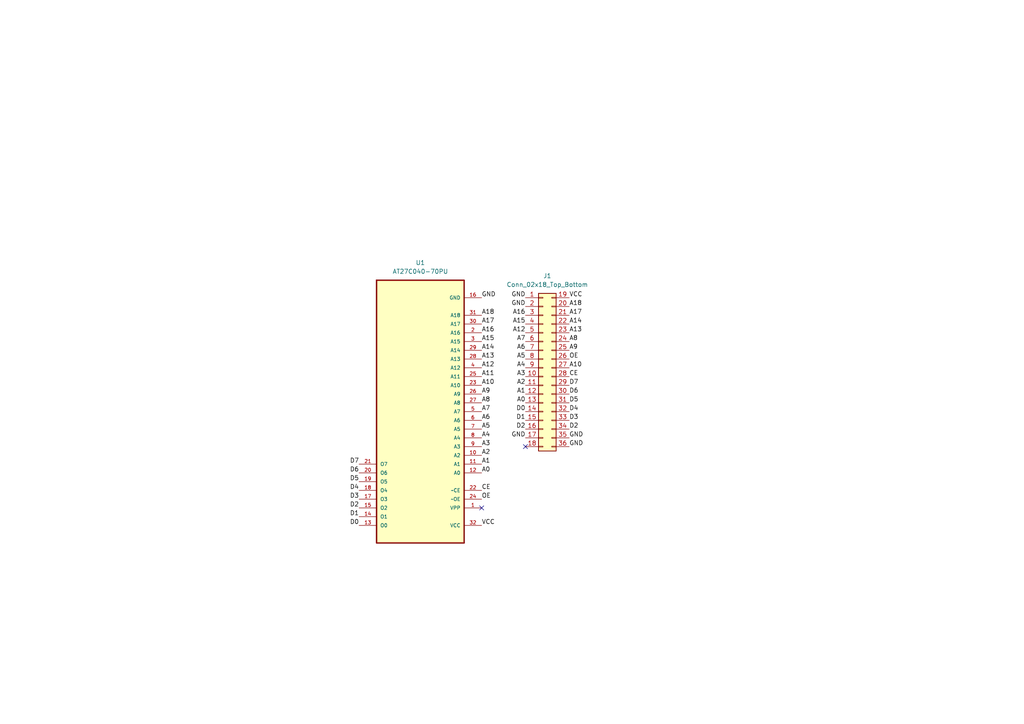
<source format=kicad_sch>
(kicad_sch (version 20211123) (generator eeschema)
  (paper "A4")
  (lib_symbols
    (symbol "Connector_Generic:Conn_02x18_Top_Bottom" (pin_names (offset 1.016) hide)
      (property "Reference" "J" (at 1.27 22.86 0))
      (property "Value" "Conn_02x18_Top_Bottom" (at 1.27 -25.4 0))
      (symbol "Conn_02x18_Top_Bottom_1_1"
        (rectangle (start -1.27 -22.733) (end 0 -22.987) (stroke (width 0.1524)))
        (rectangle (start -1.27 -20.193) (end 0 -20.447) (stroke (width 0.1524)))
        (rectangle (start -1.27 -17.653) (end 0 -17.907) (stroke (width 0.1524)))
        (rectangle (start -1.27 -15.113) (end 0 -15.367) (stroke (width 0.1524)))
        (rectangle (start -1.27 -12.573) (end 0 -12.827) (stroke (width 0.1524)))
        (rectangle (start -1.27 -10.033) (end 0 -10.287) (stroke (width 0.1524)))
        (rectangle (start -1.27 -7.493) (end 0 -7.747) (stroke (width 0.1524)))
        (rectangle (start -1.27 -4.953) (end 0 -5.207) (stroke (width 0.1524)))
        (rectangle (start -1.27 -2.413) (end 0 -2.667) (stroke (width 0.1524)))
        (rectangle (start -1.27 0.127) (end 0 -0.127) (stroke (width 0.1524)))
        (rectangle (start -1.27 2.667) (end 0 2.413) (stroke (width 0.1524)))
        (rectangle (start -1.27 5.207) (end 0 4.953) (stroke (width 0.1524)))
        (rectangle (start -1.27 7.747) (end 0 7.493) (stroke (width 0.1524)))
        (rectangle (start -1.27 10.287) (end 0 10.033) (stroke (width 0.1524)))
        (rectangle (start -1.27 12.827) (end 0 12.573) (stroke (width 0.1524)))
        (rectangle (start -1.27 15.367) (end 0 15.113) (stroke (width 0.1524)))
        (rectangle (start -1.27 17.907) (end 0 17.653) (stroke (width 0.1524)))
        (rectangle (start -1.27 20.447) (end 0 20.193) (stroke (width 0.1524)))
        (rectangle (start -1.27 21.59) (end 3.81 -24.13) (stroke (width 0.254)) (fill (type background)))
        (rectangle (start 3.81 -22.733) (end 2.54 -22.987) (stroke (width 0.1524)))
        (rectangle (start 3.81 -20.193) (end 2.54 -20.447) (stroke (width 0.1524)))
        (rectangle (start 3.81 -17.653) (end 2.54 -17.907) (stroke (width 0.1524)))
        (rectangle (start 3.81 -15.113) (end 2.54 -15.367) (stroke (width 0.1524)))
        (rectangle (start 3.81 -12.573) (end 2.54 -12.827) (stroke (width 0.1524)))
        (rectangle (start 3.81 -10.033) (end 2.54 -10.287) (stroke (width 0.1524)))
        (rectangle (start 3.81 -7.493) (end 2.54 -7.747) (stroke (width 0.1524)))
        (rectangle (start 3.81 -4.953) (end 2.54 -5.207) (stroke (width 0.1524)))
        (rectangle (start 3.81 -2.413) (end 2.54 -2.667) (stroke (width 0.1524)))
        (rectangle (start 3.81 0.127) (end 2.54 -0.127) (stroke (width 0.1524)))
        (rectangle (start 3.81 2.667) (end 2.54 2.413) (stroke (width 0.1524)))
        (rectangle (start 3.81 5.207) (end 2.54 4.953) (stroke (width 0.1524)))
        (rectangle (start 3.81 7.747) (end 2.54 7.493) (stroke (width 0.1524)))
        (rectangle (start 3.81 10.287) (end 2.54 10.033) (stroke (width 0.1524)))
        (rectangle (start 3.81 12.827) (end 2.54 12.573) (stroke (width 0.1524)))
        (rectangle (start 3.81 15.367) (end 2.54 15.113) (stroke (width 0.1524)))
        (rectangle (start 3.81 17.907) (end 2.54 17.653) (stroke (width 0.1524)))
        (rectangle (start 3.81 20.447) (end 2.54 20.193) (stroke (width 0.1524)))
        (pin passive line (at -5.08 20.32 0) (length 3.81) (name "Pin_1") (number "1"))
        (pin passive line (at -5.08 -2.54 0) (length 3.81) (name "Pin_10") (number "10"))
        (pin passive line (at -5.08 -5.08 0) (length 3.81) (name "Pin_11") (number "11"))
        (pin passive line (at -5.08 -7.62 0) (length 3.81) (name "Pin_12") (number "12"))
        (pin passive line (at -5.08 -10.16 0) (length 3.81) (name "Pin_13") (number "13"))
        (pin passive line (at -5.08 -12.7 0) (length 3.81) (name "Pin_14") (number "14"))
        (pin passive line (at -5.08 -15.24 0) (length 3.81) (name "Pin_15") (number "15"))
        (pin passive line (at -5.08 -17.78 0) (length 3.81) (name "Pin_16") (number "16"))
        (pin passive line (at -5.08 -20.32 0) (length 3.81) (name "Pin_17") (number "17"))
        (pin passive line (at -5.08 -22.86 0) (length 3.81) (name "Pin_18") (number "18"))
        (pin passive line (at 7.62 20.32 180) (length 3.81) (name "Pin_19") (number "19"))
        (pin passive line (at -5.08 17.78 0) (length 3.81) (name "Pin_2") (number "2"))
        (pin passive line (at 7.62 17.78 180) (length 3.81) (name "Pin_20") (number "20"))
        (pin passive line (at 7.62 15.24 180) (length 3.81) (name "Pin_21") (number "21"))
        (pin passive line (at 7.62 12.7 180) (length 3.81) (name "Pin_22") (number "22"))
        (pin passive line (at 7.62 10.16 180) (length 3.81) (name "Pin_23") (number "23"))
        (pin passive line (at 7.62 7.62 180) (length 3.81) (name "Pin_24") (number "24"))
        (pin passive line (at 7.62 5.08 180) (length 3.81) (name "Pin_25") (number "25"))
        (pin passive line (at 7.62 2.54 180) (length 3.81) (name "Pin_26") (number "26"))
        (pin passive line (at 7.62 0 180) (length 3.81) (name "Pin_27") (number "27"))
        (pin passive line (at 7.62 -2.54 180) (length 3.81) (name "Pin_28") (number "28"))
        (pin passive line (at 7.62 -5.08 180) (length 3.81) (name "Pin_29") (number "29"))
        (pin passive line (at -5.08 15.24 0) (length 3.81) (name "Pin_3") (number "3"))
        (pin passive line (at 7.62 -7.62 180) (length 3.81) (name "Pin_30") (number "30"))
        (pin passive line (at 7.62 -10.16 180) (length 3.81) (name "Pin_31") (number "31"))
        (pin passive line (at 7.62 -12.7 180) (length 3.81) (name "Pin_32") (number "32"))
        (pin passive line (at 7.62 -15.24 180) (length 3.81) (name "Pin_33") (number "33"))
        (pin passive line (at 7.62 -17.78 180) (length 3.81) (name "Pin_34") (number "34"))
        (pin passive line (at 7.62 -20.32 180) (length 3.81) (name "Pin_35") (number "35"))
        (pin passive line (at 7.62 -22.86 180) (length 3.81) (name "Pin_36") (number "36"))
        (pin passive line (at -5.08 12.7 0) (length 3.81) (name "Pin_4") (number "4"))
        (pin passive line (at -5.08 10.16 0) (length 3.81) (name "Pin_5") (number "5"))
        (pin passive line (at -5.08 7.62 0) (length 3.81) (name "Pin_6") (number "6"))
        (pin passive line (at -5.08 5.08 0) (length 3.81) (name "Pin_7") (number "7"))
        (pin passive line (at -5.08 2.54 0) (length 3.81) (name "Pin_8") (number "8"))
        (pin passive line (at -5.08 0 0) (length 3.81) (name "Pin_9") (number "9"))
      )
    )
    (symbol "REB_Flash:AT27C040-70PU" (pin_names (offset 1.016))
      (property "Reference" "U" (at -5.8167 36.4242 0))
      (property "Value" "AT27C040-70PU" (at -4.0916 -44.1179 0))
      (symbol "AT27C040-70PU_0_0"
        (rectangle (start -12.7 -40.64) (end 12.7 35.56) (stroke (width 0.4064)) (fill (type background)))
        (pin power_in line (at -17.78 25.4 0) (length 5.08) (name "VPP") (number "1"))
        (pin input line (at -17.78 10.16 0) (length 5.08) (name "A2") (number "10"))
        (pin input line (at -17.78 12.7 0) (length 5.08) (name "A1") (number "11"))
        (pin input line (at -17.78 15.24 0) (length 5.08) (name "A0") (number "12"))
        (pin output line (at 17.78 30.48 180) (length 5.08) (name "O0") (number "13"))
        (pin output line (at 17.78 27.94 180) (length 5.08) (name "O1") (number "14"))
        (pin output line (at 17.78 25.4 180) (length 5.08) (name "O2") (number "15"))
        (pin passive line (at -17.78 -35.56 0) (length 5.08) (name "GND") (number "16"))
        (pin output line (at 17.78 22.86 180) (length 5.08) (name "O3") (number "17"))
        (pin output line (at 17.78 20.32 180) (length 5.08) (name "O4") (number "18"))
        (pin output line (at 17.78 17.78 180) (length 5.08) (name "O5") (number "19"))
        (pin input line (at -17.78 -25.4 0) (length 5.08) (name "A16") (number "2"))
        (pin output line (at 17.78 15.24 180) (length 5.08) (name "O6") (number "20"))
        (pin output line (at 17.78 12.7 180) (length 5.08) (name "O7") (number "21"))
        (pin input line (at -17.78 20.32 0) (length 5.08) (name "~CE") (number "22"))
        (pin input line (at -17.78 -10.16 0) (length 5.08) (name "A10") (number "23"))
        (pin input line (at -17.78 22.86 0) (length 5.08) (name "~OE") (number "24"))
        (pin input line (at -17.78 -12.7 0) (length 5.08) (name "A11") (number "25"))
        (pin input line (at -17.78 -7.62 0) (length 5.08) (name "A9") (number "26"))
        (pin input line (at -17.78 -5.08 0) (length 5.08) (name "A8") (number "27"))
        (pin input line (at -17.78 -17.78 0) (length 5.08) (name "A13") (number "28"))
        (pin input line (at -17.78 -20.32 0) (length 5.08) (name "A14") (number "29"))
        (pin input line (at -17.78 -22.86 0) (length 5.08) (name "A15") (number "3"))
        (pin input line (at -17.78 -27.94 0) (length 5.08) (name "A17") (number "30"))
        (pin input line (at -17.78 -30.48 0) (length 5.08) (name "A18") (number "31"))
        (pin power_in line (at -17.78 30.48 0) (length 5.08) (name "VCC") (number "32"))
        (pin input line (at -17.78 -15.24 0) (length 5.08) (name "A12") (number "4"))
        (pin input line (at -17.78 -2.54 0) (length 5.08) (name "A7") (number "5"))
        (pin input line (at -17.78 0 0) (length 5.08) (name "A6") (number "6"))
        (pin input line (at -17.78 2.54 0) (length 5.08) (name "A5") (number "7"))
        (pin input line (at -17.78 5.08 0) (length 5.08) (name "A4") (number "8"))
        (pin input line (at -17.78 7.62 0) (length 5.08) (name "A3") (number "9"))
      )
    )
  )
  (no_connect (at 139.7 147.32))
  (no_connect (at 152.4 129.54))
  (label "CE" (at 165.1 109.22 0))
  (label "VCC" (at 139.7 152.4 0))
  (label "A8" (at 139.7 116.84 0))
  (label "A17" (at 165.1 91.44 0))
  (label "A15" (at 152.4 93.98 180))
  (label "D4" (at 104.14 142.24 180))
  (label "A10" (at 139.7 111.76 0))
  (label "D3" (at 104.14 144.78 180))
  (label "A7" (at 139.7 119.38 0))
  (label "A5" (at 139.7 124.46 0))
  (label "A13" (at 165.1 96.52 0))
  (label "A11" (at 139.7 109.22 0))
  (label "A2" (at 139.7 132.08 0))
  (label "D3" (at 165.1 121.92 0))
  (label "A7" (at 152.4 99.06 180))
  (label "D4" (at 165.1 119.38 0))
  (label "D6" (at 165.1 114.3 0))
  (label "A13" (at 139.7 104.14 0))
  (label "A10" (at 165.1 106.68 0))
  (label "D7" (at 165.1 111.76 0))
  (label "A14" (at 165.1 93.98 0))
  (label "A18" (at 139.7 91.44 0))
  (label "A2" (at 152.4 111.76 180))
  (label "A0" (at 139.7 137.16 0))
  (label "GND" (at 152.4 127 180))
  (label "GND" (at 165.1 127 0))
  (label "A8" (at 165.1 99.06 0))
  (label "A14" (at 139.7 101.6 0))
  (label "A18" (at 165.1 88.9 0))
  (label "VCC" (at 165.1 86.36 0))
  (label "D7" (at 104.14 134.62 180))
  (label "A9" (at 139.7 114.3 0))
  (label "D5" (at 104.14 139.7 180))
  (label "A4" (at 139.7 127 0))
  (label "CE" (at 139.7 142.24 0))
  (label "GND" (at 152.4 88.9 180))
  (label "D5" (at 165.1 116.84 0))
  (label "D6" (at 104.14 137.16 180))
  (label "A0" (at 152.4 116.84 180))
  (label "D1" (at 104.14 149.86 180))
  (label "A3" (at 139.7 129.54 0))
  (label "A16" (at 139.7 96.52 0))
  (label "GND" (at 152.4 86.36 180))
  (label "A12" (at 139.7 106.68 0))
  (label "D0" (at 104.14 152.4 180))
  (label "A5" (at 152.4 104.14 180))
  (label "D0" (at 152.4 119.38 180))
  (label "A1" (at 152.4 114.3 180))
  (label "A16" (at 152.4 91.44 180))
  (label "A4" (at 152.4 106.68 180))
  (label "GND" (at 165.1 129.54 0))
  (label "D2" (at 152.4 124.46 180))
  (label "A17" (at 139.7 93.98 0))
  (label "D1" (at 152.4 121.92 180))
  (label "A6" (at 139.7 121.92 0))
  (label "D2" (at 104.14 147.32 180))
  (label "A9" (at 165.1 101.6 0))
  (label "GND" (at 139.7 86.36 0))
  (label "OE" (at 139.7 144.78 0))
  (label "A6" (at 152.4 101.6 180))
  (label "A3" (at 152.4 109.22 180))
  (label "A15" (at 139.7 99.06 0))
  (label "A12" (at 152.4 96.52 180))
  (label "A1" (at 139.7 134.62 0))
  (label "D2" (at 165.1 124.46 0))
  (label "OE" (at 165.1 104.14 0))
  (symbol (lib_id "REB_Flash:AT27C040-70PU") (at 121.92 121.92 180) (unit 1)
    (property "Reference" "U1" (at 121.92 76.2 0))
    (property "Value" "AT27C040-70PU" (at 121.92 78.74 0))
    (property "Footprint" "REB_Flash:DIP254P1524X482-32" (effects hide))
    (property "PACKAGE" "PDIP-32" (effects hide))
    (property "OC_NEWARK" "58M3822" (effects hide))
    (property "SUPPLIER" "Atmel" (effects hide))
    (property "MPN" "AT27C040-70PU" (effects hide))
    (property "OC_FARNELL" "1455024" (effects hide))
  )
  (symbol (lib_id "Connector_Generic:Conn_02x18_Top_Bottom") (at 157.48 106.68 0) (unit 1)
    (property "Reference" "J1" (at 158.75 80.01 0))
    (property "Value" "Conn_02x18_Top_Bottom" (at 158.75 82.55 0))
    (property "Footprint" "Connector_PinSocket_2.54mm:PinSocket_2x18_P2.54mm_Vertical" (effects hide))
  )
)
</source>
